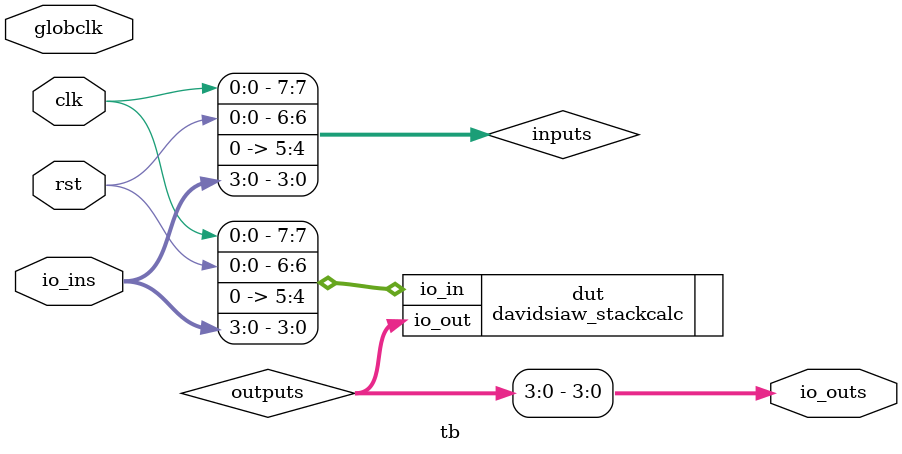
<source format=v>
`default_nettype none
`timescale 1ns/1ps

/*
this testbench just instantiates the module and makes some convenient wires
that can be driven / tested by the cocotb test.py
*/

module tb (
    // testbench is controlled by test.py
    input globclk,
    input clk,
    input rst,
    input [3:0] io_ins,

    output [3:0] io_outs
   );

    // this part dumps the trace to a vcd file that can be viewed with GTKWave
    initial begin
        $dumpfile ("tb.vcd");
        $dumpvars (0, tb);
        #1;
    end

    // wire up the inputs and outputs
    wire [7:0] inputs = {clk, rst, 1'b0, 1'b0, io_ins};
    wire [7:0] outputs;
    assign io_outs = outputs[3:0];

    // instantiate the DUT
    davidsiaw_stackcalc dut(
        .io_in  (inputs),
        .io_out (outputs)
        );

endmodule

</source>
